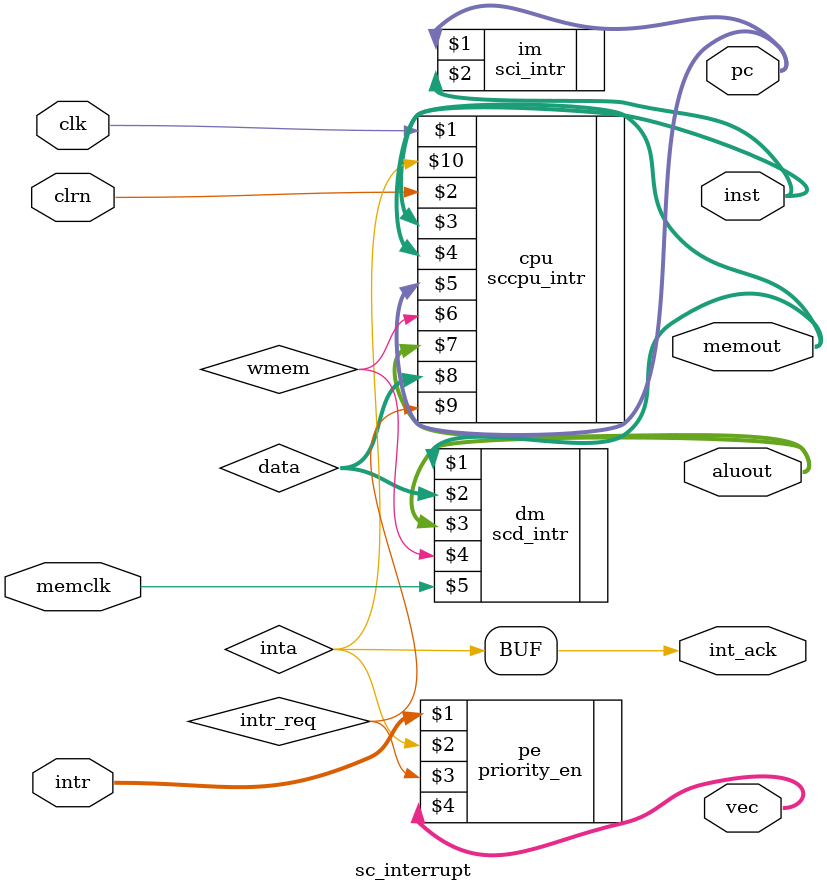
<source format=v>
module sc_interrupt (clk,clrn,inst,pc,aluout,memout,memclk,intr,int_ack,vec);
input clk, clrn; // clock and reset
input memclk; // synch ram clock
input [7:0] intr; // interrupt request
output [31:0] pc; // program counter
output [31:0] inst; // instruction
output [31:0] aluout; // alu output
output [31:0] memout; // data memory output
output [2:0] vec;
output int_ack;
wire [31:0] data; // data to data memory
wire wmem; // write data memory
wire intr_req, inta;
assign int_ack = inta;
priority_en pe(intr, inta, intr_req, vec);
sccpu_intr cpu (clk,clrn,inst,memout,pc,wmem,aluout,data,intr_req,inta);
sci_intr im (pc,inst); // inst memory
scd_intr dm (memout,data,aluout,wmem,memclk); // data memory
endmodule
</source>
